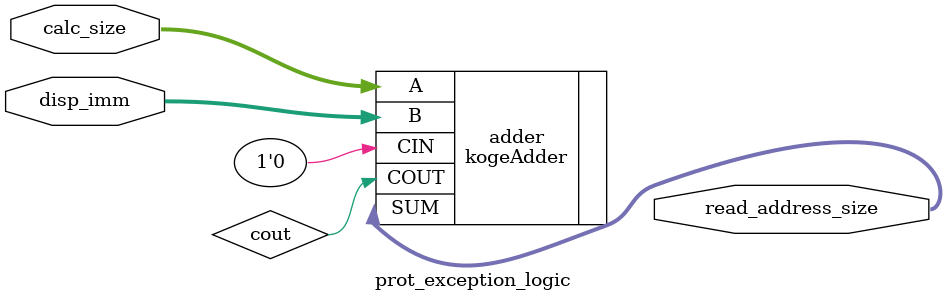
<source format=v>
module prot_exception_logic(
    input [31:0] disp_imm,
    input [31:0] calc_size, //from reg file adder
    output [31:0] read_address_size
);

    //if disp_imm > seg_size, then it is a protection exception
    
    //here, just generating the read_address_size signal
    //then doing the comparison in MEM
    //so we are passing to MEM: read_address_size and seg_size

    wire cout;

    kogeAdder #(.WIDTH(32)) adder(.SUM(read_address_size), .COUT(cout), .A(calc_size), .B(disp_imm), .CIN(1'b0));

endmodule
</source>
